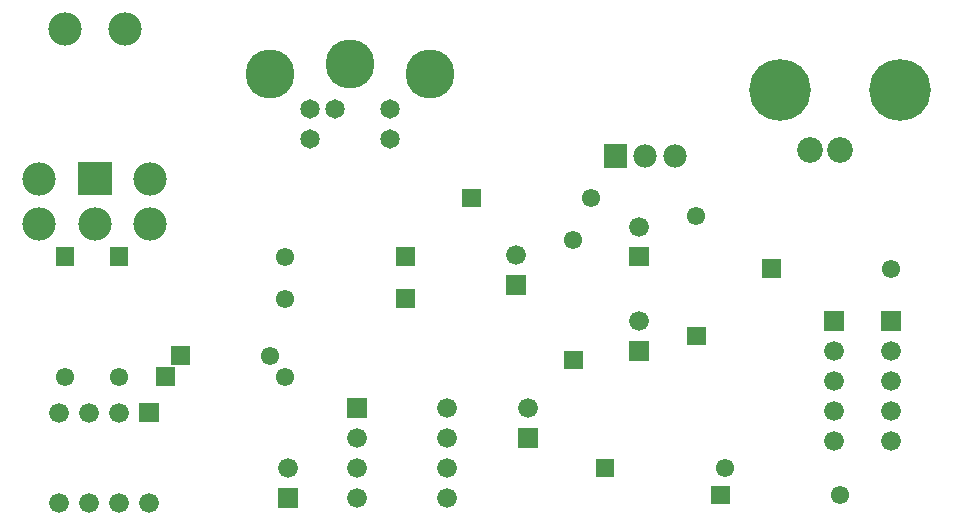
<source format=gbr>
G04 start of page 7 for group -4062 idx -4062 *
G04 Title: (unknown), soldermask *
G04 Creator: pcb 20110918 *
G04 CreationDate: Fri Dec 20 21:18:42 2013 UTC *
G04 For: fosse *
G04 Format: Gerber/RS-274X *
G04 PCB-Dimensions: 316500 193500 *
G04 PCB-Coordinate-Origin: lower left *
%MOIN*%
%FSLAX25Y25*%
%LNBOTTOMMASK*%
%ADD168C,0.0651*%
%ADD167C,0.1635*%
%ADD166C,0.1110*%
%ADD165C,0.0610*%
%ADD164C,0.0660*%
%ADD163C,0.0780*%
%ADD162C,0.0001*%
%ADD161C,0.0860*%
%ADD160C,0.2060*%
G54D160*X260500Y160500D03*
X300500D03*
G54D161*X270500Y140500D03*
X280500D03*
G54D162*G36*
X201600Y142400D02*Y134600D01*
X209400D01*
Y142400D01*
X201600D01*
G37*
G54D163*X215500Y138500D03*
X225500D03*
G54D162*G36*
X188450Y73550D02*Y67450D01*
X194550D01*
Y73550D01*
X188450D01*
G37*
G54D164*X176500Y54500D03*
G54D162*G36*
X198950Y37550D02*Y31450D01*
X205050D01*
Y37550D01*
X198950D01*
G37*
G54D165*X242000Y34500D03*
G54D162*G36*
X237450Y28550D02*Y22450D01*
X243550D01*
Y28550D01*
X237450D01*
G37*
G54D165*X197500Y124500D03*
G54D162*G36*
X210200Y108300D02*Y101700D01*
X216800D01*
Y108300D01*
X210200D01*
G37*
G54D164*X213500Y115000D03*
G54D165*X232500Y118500D03*
G54D162*G36*
X254450Y104050D02*Y97950D01*
X260550D01*
Y104050D01*
X254450D01*
G37*
G36*
X294200Y86800D02*Y80200D01*
X300800D01*
Y86800D01*
X294200D01*
G37*
G36*
X229450Y81550D02*Y75450D01*
X235550D01*
Y81550D01*
X229450D01*
G37*
G36*
X210200Y76800D02*Y70200D01*
X216800D01*
Y76800D01*
X210200D01*
G37*
G54D164*X213500Y83500D03*
G54D162*G36*
X275200Y86800D02*Y80200D01*
X281800D01*
Y86800D01*
X275200D01*
G37*
G54D164*X278500Y73500D03*
X297500D03*
G54D165*Y101000D03*
G54D164*Y63500D03*
Y53500D03*
Y43500D03*
X278500Y63500D03*
Y53500D03*
Y43500D03*
G54D165*X280500Y25500D03*
G54D162*G36*
X93200Y27800D02*Y21200D01*
X99800D01*
Y27800D01*
X93200D01*
G37*
G54D164*X20000Y23000D03*
X30000D03*
X40000D03*
X50000D03*
X119500Y24500D03*
X96500Y34500D03*
X119500Y44500D03*
Y34500D03*
G54D162*G36*
X36950Y108050D02*Y101950D01*
X43050D01*
Y108050D01*
X36950D01*
G37*
G36*
X18950D02*Y101950D01*
X25050D01*
Y108050D01*
X18950D01*
G37*
G54D165*X95500Y105000D03*
Y91000D03*
X40000Y65000D03*
G54D162*G36*
X57450Y75050D02*Y68950D01*
X63550D01*
Y75050D01*
X57450D01*
G37*
G54D165*X90500Y72000D03*
X22000Y65000D03*
G54D162*G36*
X52450Y68050D02*Y61950D01*
X58550D01*
Y68050D01*
X52450D01*
G37*
G54D165*X95500Y65000D03*
G54D166*X13500Y116000D03*
X32000D03*
X50500D03*
G54D162*G36*
X46700Y56300D02*Y49700D01*
X53300D01*
Y56300D01*
X46700D01*
G37*
G54D164*X40000Y53000D03*
X30000D03*
X20000D03*
G54D162*G36*
X116200Y57800D02*Y51200D01*
X122800D01*
Y57800D01*
X116200D01*
G37*
G54D166*X22000Y181000D03*
X42000D03*
G54D162*G36*
X26450Y136550D02*Y125450D01*
X37550D01*
Y136550D01*
X26450D01*
G37*
G54D166*X50500Y131000D03*
X13500D03*
G54D167*X117000Y169083D03*
X90425Y165933D03*
G54D168*X103614Y144280D03*
X111882Y154122D03*
X103614D03*
G54D167*X143575Y165933D03*
G54D168*X130386Y154122D03*
Y144280D03*
G54D165*X191500Y110500D03*
G54D162*G36*
X169200Y98800D02*Y92200D01*
X175800D01*
Y98800D01*
X169200D01*
G37*
G54D164*X172500Y105500D03*
G54D162*G36*
X154450Y127550D02*Y121450D01*
X160550D01*
Y127550D01*
X154450D01*
G37*
G36*
X173200Y47800D02*Y41200D01*
X179800D01*
Y47800D01*
X173200D01*
G37*
G54D164*X149500Y24500D03*
Y34500D03*
Y44500D03*
Y54500D03*
G54D162*G36*
X132450Y108050D02*Y101950D01*
X138550D01*
Y108050D01*
X132450D01*
G37*
G36*
Y94050D02*Y87950D01*
X138550D01*
Y94050D01*
X132450D01*
G37*
M02*

</source>
